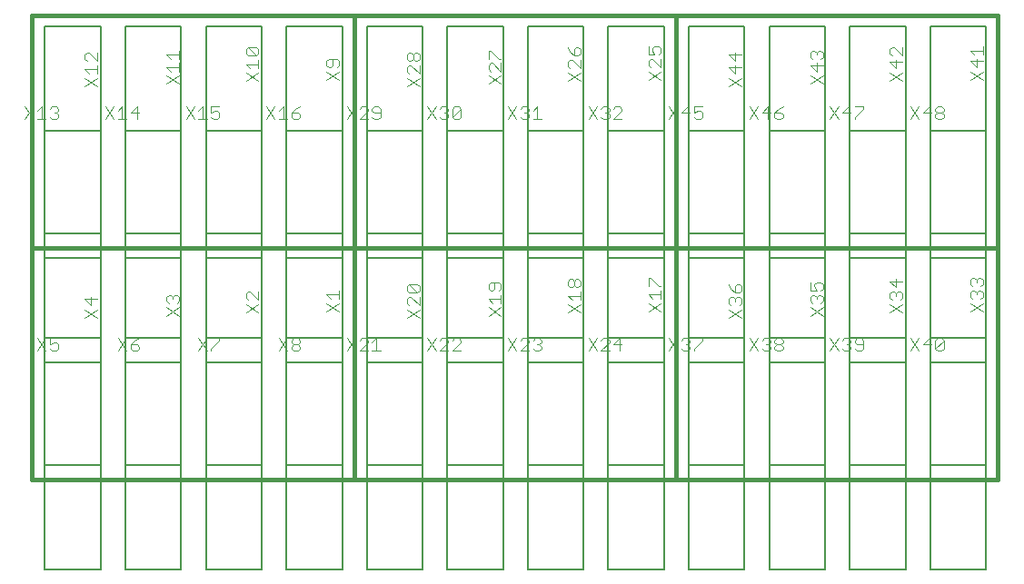
<source format=gto>
G75*
%MOIN*%
%OFA0B0*%
%FSLAX24Y24*%
%IPPOS*%
%LPD*%
%AMOC8*
5,1,8,0,0,1.08239X$1,22.5*
%
%ADD10C,0.0160*%
%ADD11C,0.0050*%
%ADD12C,0.0040*%
D10*
X000440Y003432D02*
X012251Y003432D01*
X024062Y003432D01*
X035873Y003432D01*
X035873Y011936D01*
X024062Y011936D01*
X024062Y020440D01*
X035873Y020440D01*
X035873Y011936D01*
X024062Y011936D01*
X024062Y003432D01*
X024062Y011936D01*
X012251Y011936D01*
X012251Y020440D01*
X024062Y020440D01*
X024062Y011936D01*
X012251Y011936D01*
X012251Y003432D01*
X012251Y011936D01*
X000440Y011936D01*
X000440Y020440D01*
X012251Y020440D01*
X012251Y011936D01*
X000440Y011936D01*
X000440Y003432D01*
D11*
X000912Y000125D02*
X000912Y007723D01*
X002960Y007723D01*
X002960Y000125D01*
X000912Y000125D01*
X003865Y000125D02*
X003865Y007723D01*
X005912Y007723D01*
X005912Y000125D01*
X003865Y000125D01*
X006818Y000125D02*
X006818Y007723D01*
X008865Y007723D01*
X008865Y000125D01*
X006818Y000125D01*
X009771Y000125D02*
X009771Y007723D01*
X011818Y007723D01*
X011818Y000125D01*
X009771Y000125D01*
X012723Y000125D02*
X012723Y007723D01*
X014771Y007723D01*
X014771Y000125D01*
X012723Y000125D01*
X015676Y000125D02*
X015676Y007723D01*
X017723Y007723D01*
X017723Y000125D01*
X015676Y000125D01*
X018629Y000125D02*
X018629Y007723D01*
X020676Y007723D01*
X020676Y000125D01*
X018629Y000125D01*
X021582Y000125D02*
X021582Y007723D01*
X023629Y007723D01*
X023629Y000125D01*
X021582Y000125D01*
X024534Y000125D02*
X024534Y007723D01*
X026582Y007723D01*
X026582Y000125D01*
X024534Y000125D01*
X027487Y000125D02*
X027487Y007723D01*
X029534Y007723D01*
X029534Y000125D01*
X027487Y000125D01*
X030440Y000125D02*
X030440Y007723D01*
X032487Y007723D01*
X032487Y000125D01*
X030440Y000125D01*
X033393Y000125D02*
X033393Y007723D01*
X035440Y007723D01*
X035440Y000125D01*
X033393Y000125D01*
X033393Y003964D02*
X033393Y011562D01*
X035440Y011562D01*
X035440Y003964D01*
X033393Y003964D01*
X032487Y003964D02*
X032487Y011562D01*
X030440Y011562D01*
X030440Y003964D01*
X032487Y003964D01*
X029534Y003964D02*
X029534Y011562D01*
X027487Y011562D01*
X027487Y003964D01*
X029534Y003964D01*
X026582Y003964D02*
X026582Y011562D01*
X024534Y011562D01*
X024534Y003964D01*
X026582Y003964D01*
X023629Y003964D02*
X023629Y011562D01*
X021582Y011562D01*
X021582Y003964D01*
X023629Y003964D01*
X020676Y003964D02*
X020676Y011562D01*
X018629Y011562D01*
X018629Y003964D01*
X020676Y003964D01*
X017723Y003964D02*
X017723Y011562D01*
X015676Y011562D01*
X015676Y003964D01*
X017723Y003964D01*
X014771Y003964D02*
X014771Y011562D01*
X012723Y011562D01*
X012723Y003964D01*
X014771Y003964D01*
X011818Y003964D02*
X011818Y011562D01*
X009771Y011562D01*
X009771Y003964D01*
X011818Y003964D01*
X008865Y003964D02*
X008865Y011562D01*
X006818Y011562D01*
X006818Y003964D01*
X008865Y003964D01*
X005912Y003964D02*
X005912Y011562D01*
X003865Y011562D01*
X003865Y003964D01*
X005912Y003964D01*
X002960Y003964D02*
X002960Y011562D01*
X000912Y011562D01*
X000912Y003964D01*
X002960Y003964D01*
X002960Y008629D02*
X000912Y008629D01*
X000912Y016227D01*
X002960Y016227D01*
X002960Y008629D01*
X003865Y008629D02*
X003865Y016227D01*
X005912Y016227D01*
X005912Y008629D01*
X003865Y008629D01*
X006818Y008629D02*
X006818Y016227D01*
X008865Y016227D01*
X008865Y008629D01*
X006818Y008629D01*
X009771Y008629D02*
X009771Y016227D01*
X011818Y016227D01*
X011818Y008629D01*
X009771Y008629D01*
X012723Y008629D02*
X012723Y016227D01*
X014771Y016227D01*
X014771Y008629D01*
X012723Y008629D01*
X015676Y008629D02*
X015676Y016227D01*
X017723Y016227D01*
X017723Y008629D01*
X015676Y008629D01*
X018629Y008629D02*
X018629Y016227D01*
X020676Y016227D01*
X020676Y008629D01*
X018629Y008629D01*
X021582Y008629D02*
X021582Y016227D01*
X023629Y016227D01*
X023629Y008629D01*
X021582Y008629D01*
X024534Y008629D02*
X024534Y016227D01*
X026582Y016227D01*
X026582Y008629D01*
X024534Y008629D01*
X027487Y008629D02*
X027487Y016227D01*
X029534Y016227D01*
X029534Y008629D01*
X027487Y008629D01*
X030440Y008629D02*
X030440Y016227D01*
X032487Y016227D01*
X032487Y008629D01*
X030440Y008629D01*
X033393Y008629D02*
X033393Y016227D01*
X035440Y016227D01*
X035440Y008629D01*
X033393Y008629D01*
X033393Y012468D02*
X033393Y020066D01*
X035440Y020066D01*
X035440Y012468D01*
X033393Y012468D01*
X032487Y012468D02*
X032487Y020066D01*
X030440Y020066D01*
X030440Y012468D01*
X032487Y012468D01*
X029534Y012468D02*
X029534Y020066D01*
X027487Y020066D01*
X027487Y012468D01*
X029534Y012468D01*
X026582Y012468D02*
X026582Y020066D01*
X024534Y020066D01*
X024534Y012468D01*
X026582Y012468D01*
X023629Y012468D02*
X023629Y020066D01*
X021582Y020066D01*
X021582Y012468D01*
X023629Y012468D01*
X020676Y012468D02*
X020676Y020066D01*
X018629Y020066D01*
X018629Y012468D01*
X020676Y012468D01*
X017723Y012468D02*
X017723Y020066D01*
X015676Y020066D01*
X015676Y012468D01*
X017723Y012468D01*
X014771Y012468D02*
X014771Y020066D01*
X012723Y020066D01*
X012723Y012468D01*
X014771Y012468D01*
X011818Y012468D02*
X011818Y020066D01*
X009771Y020066D01*
X009771Y012468D01*
X011818Y012468D01*
X008865Y012468D02*
X008865Y020066D01*
X006818Y020066D01*
X006818Y012468D01*
X008865Y012468D01*
X005912Y012468D02*
X005912Y020066D01*
X003865Y020066D01*
X003865Y012468D01*
X005912Y012468D01*
X002960Y012468D02*
X002960Y020066D01*
X000912Y020066D01*
X000912Y012468D01*
X002960Y012468D01*
D12*
X002611Y010125D02*
X002611Y009818D01*
X002381Y010048D01*
X002841Y010048D01*
X002841Y009665D02*
X002381Y009358D01*
X002381Y009665D02*
X002841Y009358D01*
X003594Y008609D02*
X003901Y008149D01*
X004055Y008226D02*
X004055Y008379D01*
X004285Y008379D01*
X004362Y008302D01*
X004362Y008226D01*
X004285Y008149D01*
X004131Y008149D01*
X004055Y008226D01*
X004055Y008379D02*
X004208Y008533D01*
X004362Y008609D01*
X003901Y008609D02*
X003594Y008149D01*
X001409Y008226D02*
X001332Y008149D01*
X001179Y008149D01*
X001102Y008226D01*
X001102Y008379D02*
X001255Y008456D01*
X001332Y008456D01*
X001409Y008379D01*
X001409Y008226D01*
X001102Y008379D02*
X001102Y008609D01*
X001409Y008609D01*
X000948Y008609D02*
X000642Y008149D01*
X000948Y008149D02*
X000642Y008609D01*
X005373Y009436D02*
X005833Y009743D01*
X005757Y009897D02*
X005833Y009973D01*
X005833Y010127D01*
X005757Y010204D01*
X005680Y010204D01*
X005603Y010127D01*
X005603Y010050D01*
X005603Y010127D02*
X005526Y010204D01*
X005450Y010204D01*
X005373Y010127D01*
X005373Y009973D01*
X005450Y009897D01*
X005373Y009743D02*
X005833Y009436D01*
X006547Y008609D02*
X006854Y008149D01*
X007007Y008149D02*
X007007Y008226D01*
X007314Y008533D01*
X007314Y008609D01*
X007007Y008609D01*
X006854Y008609D02*
X006547Y008149D01*
X008286Y009554D02*
X008747Y009861D01*
X008747Y010015D02*
X008440Y010322D01*
X008363Y010322D01*
X008286Y010245D01*
X008286Y010092D01*
X008363Y010015D01*
X008286Y009861D02*
X008747Y009554D01*
X008747Y010015D02*
X008747Y010322D01*
X011239Y010208D02*
X011393Y010054D01*
X011239Y009901D02*
X011699Y009594D01*
X011699Y009901D02*
X011239Y009594D01*
X011699Y010054D02*
X011699Y010361D01*
X011699Y010208D02*
X011239Y010208D01*
X011992Y008609D02*
X012299Y008149D01*
X012453Y008149D02*
X012759Y008456D01*
X012759Y008533D01*
X012683Y008609D01*
X012529Y008609D01*
X012453Y008533D01*
X012299Y008609D02*
X011992Y008149D01*
X012453Y008149D02*
X012759Y008149D01*
X012913Y008149D02*
X013220Y008149D01*
X013066Y008149D02*
X013066Y008609D01*
X012913Y008456D01*
X014192Y009358D02*
X014652Y009665D01*
X014652Y009818D02*
X014345Y010125D01*
X014269Y010125D01*
X014192Y010048D01*
X014192Y009895D01*
X014269Y009818D01*
X014192Y009665D02*
X014652Y009358D01*
X014652Y009818D02*
X014652Y010125D01*
X014575Y010278D02*
X014269Y010585D01*
X014575Y010585D01*
X014652Y010509D01*
X014652Y010355D01*
X014575Y010278D01*
X014269Y010278D01*
X014192Y010355D01*
X014192Y010509D01*
X014269Y010585D01*
X017184Y010587D02*
X017184Y010434D01*
X017261Y010357D01*
X017337Y010357D01*
X017414Y010434D01*
X017414Y010664D01*
X017261Y010664D02*
X017568Y010664D01*
X017644Y010587D01*
X017644Y010434D01*
X017568Y010357D01*
X017644Y010204D02*
X017644Y009897D01*
X017644Y010050D02*
X017184Y010050D01*
X017337Y009897D01*
X017184Y009743D02*
X017644Y009436D01*
X017644Y009743D02*
X017184Y009436D01*
X017898Y008609D02*
X018205Y008149D01*
X018358Y008149D02*
X018665Y008456D01*
X018665Y008533D01*
X018588Y008609D01*
X018435Y008609D01*
X018358Y008533D01*
X018205Y008609D02*
X017898Y008149D01*
X018358Y008149D02*
X018665Y008149D01*
X018818Y008226D02*
X018895Y008149D01*
X019049Y008149D01*
X019125Y008226D01*
X019125Y008302D01*
X019049Y008379D01*
X018972Y008379D01*
X019049Y008379D02*
X019125Y008456D01*
X019125Y008533D01*
X019049Y008609D01*
X018895Y008609D01*
X018818Y008533D01*
X020097Y009554D02*
X020558Y009861D01*
X020558Y010015D02*
X020558Y010322D01*
X020558Y010168D02*
X020097Y010168D01*
X020251Y010015D01*
X020097Y009861D02*
X020558Y009554D01*
X020481Y010475D02*
X020404Y010475D01*
X020328Y010552D01*
X020328Y010705D01*
X020404Y010782D01*
X020481Y010782D01*
X020558Y010705D01*
X020558Y010552D01*
X020481Y010475D01*
X020328Y010552D02*
X020251Y010475D01*
X020174Y010475D01*
X020097Y010552D01*
X020097Y010705D01*
X020174Y010782D01*
X020251Y010782D01*
X020328Y010705D01*
X023050Y010822D02*
X023050Y010515D01*
X023050Y010208D02*
X023510Y010208D01*
X023510Y010361D02*
X023510Y010054D01*
X023510Y009901D02*
X023050Y009594D01*
X023050Y009901D02*
X023510Y009594D01*
X023204Y010054D02*
X023050Y010208D01*
X023434Y010515D02*
X023510Y010515D01*
X023434Y010515D02*
X023127Y010822D01*
X023050Y010822D01*
X026003Y010585D02*
X026080Y010432D01*
X026233Y010278D01*
X026233Y010509D01*
X026310Y010585D01*
X026387Y010585D01*
X026463Y010509D01*
X026463Y010355D01*
X026387Y010278D01*
X026233Y010278D01*
X026156Y010125D02*
X026233Y010048D01*
X026310Y010125D01*
X026387Y010125D01*
X026463Y010048D01*
X026463Y009895D01*
X026387Y009818D01*
X026463Y009665D02*
X026003Y009358D01*
X026003Y009665D02*
X026463Y009358D01*
X026080Y009818D02*
X026003Y009895D01*
X026003Y010048D01*
X026080Y010125D01*
X026156Y010125D01*
X026233Y010048D02*
X026233Y009971D01*
X026756Y008609D02*
X027063Y008149D01*
X027216Y008226D02*
X027293Y008149D01*
X027447Y008149D01*
X027523Y008226D01*
X027523Y008302D01*
X027447Y008379D01*
X027370Y008379D01*
X027447Y008379D02*
X027523Y008456D01*
X027523Y008533D01*
X027447Y008609D01*
X027293Y008609D01*
X027216Y008533D01*
X027063Y008609D02*
X026756Y008149D01*
X027677Y008226D02*
X027677Y008302D01*
X027753Y008379D01*
X027907Y008379D01*
X027984Y008302D01*
X027984Y008226D01*
X027907Y008149D01*
X027753Y008149D01*
X027677Y008226D01*
X027753Y008379D02*
X027677Y008456D01*
X027677Y008533D01*
X027753Y008609D01*
X027907Y008609D01*
X027984Y008533D01*
X027984Y008456D01*
X027907Y008379D01*
X028995Y009436D02*
X029455Y009743D01*
X029379Y009897D02*
X029455Y009973D01*
X029455Y010127D01*
X029379Y010204D01*
X029302Y010204D01*
X029225Y010127D01*
X029225Y010050D01*
X029225Y010127D02*
X029148Y010204D01*
X029072Y010204D01*
X028995Y010127D01*
X028995Y009973D01*
X029072Y009897D01*
X028995Y009743D02*
X029455Y009436D01*
X029709Y008609D02*
X030016Y008149D01*
X030169Y008226D02*
X030246Y008149D01*
X030399Y008149D01*
X030476Y008226D01*
X030476Y008302D01*
X030399Y008379D01*
X030323Y008379D01*
X030399Y008379D02*
X030476Y008456D01*
X030476Y008533D01*
X030399Y008609D01*
X030246Y008609D01*
X030169Y008533D01*
X030016Y008609D02*
X029709Y008149D01*
X030629Y008226D02*
X030706Y008149D01*
X030860Y008149D01*
X030936Y008226D01*
X030936Y008533D01*
X030860Y008609D01*
X030706Y008609D01*
X030629Y008533D01*
X030629Y008456D01*
X030706Y008379D01*
X030936Y008379D01*
X032661Y008149D02*
X032968Y008609D01*
X033122Y008379D02*
X033429Y008379D01*
X033582Y008226D02*
X033889Y008533D01*
X033889Y008226D01*
X033812Y008149D01*
X033659Y008149D01*
X033582Y008226D01*
X033582Y008533D01*
X033659Y008609D01*
X033812Y008609D01*
X033889Y008533D01*
X033352Y008609D02*
X033122Y008379D01*
X032968Y008149D02*
X032661Y008609D01*
X033352Y008609D02*
X033352Y008149D01*
X032369Y009554D02*
X031908Y009861D01*
X031985Y010015D02*
X031908Y010092D01*
X031908Y010245D01*
X031985Y010322D01*
X032062Y010322D01*
X032139Y010245D01*
X032215Y010322D01*
X032292Y010322D01*
X032369Y010245D01*
X032369Y010092D01*
X032292Y010015D01*
X032369Y009861D02*
X031908Y009554D01*
X032139Y010168D02*
X032139Y010245D01*
X032139Y010475D02*
X032139Y010782D01*
X032369Y010705D02*
X031908Y010705D01*
X032139Y010475D01*
X034861Y010591D02*
X034938Y010515D01*
X034861Y010591D02*
X034861Y010745D01*
X034938Y010822D01*
X035015Y010822D01*
X035091Y010745D01*
X035168Y010822D01*
X035245Y010822D01*
X035322Y010745D01*
X035322Y010591D01*
X035245Y010515D01*
X035245Y010361D02*
X035322Y010284D01*
X035322Y010131D01*
X035245Y010054D01*
X035322Y009901D02*
X034861Y009594D01*
X034861Y009901D02*
X035322Y009594D01*
X034938Y010054D02*
X034861Y010131D01*
X034861Y010284D01*
X034938Y010361D01*
X035015Y010361D01*
X035091Y010284D01*
X035168Y010361D01*
X035245Y010361D01*
X035091Y010284D02*
X035091Y010208D01*
X035091Y010668D02*
X035091Y010745D01*
X029455Y010587D02*
X029455Y010434D01*
X029379Y010357D01*
X029225Y010357D02*
X029148Y010511D01*
X029148Y010587D01*
X029225Y010664D01*
X029379Y010664D01*
X029455Y010587D01*
X029225Y010357D02*
X028995Y010357D01*
X028995Y010664D01*
X025031Y008609D02*
X025031Y008533D01*
X024724Y008226D01*
X024724Y008149D01*
X024570Y008226D02*
X024494Y008149D01*
X024340Y008149D01*
X024264Y008226D01*
X024110Y008149D02*
X023803Y008609D01*
X024110Y008609D02*
X023803Y008149D01*
X024417Y008379D02*
X024494Y008379D01*
X024570Y008302D01*
X024570Y008226D01*
X024494Y008379D02*
X024570Y008456D01*
X024570Y008533D01*
X024494Y008609D01*
X024340Y008609D01*
X024264Y008533D01*
X024724Y008609D02*
X025031Y008609D01*
X022078Y008379D02*
X021771Y008379D01*
X022001Y008609D01*
X022001Y008149D01*
X021618Y008149D02*
X021311Y008149D01*
X021618Y008456D01*
X021618Y008533D01*
X021541Y008609D01*
X021388Y008609D01*
X021311Y008533D01*
X021157Y008609D02*
X020850Y008149D01*
X021157Y008149D02*
X020850Y008609D01*
X017261Y010664D02*
X017184Y010587D01*
X016096Y008609D02*
X015942Y008609D01*
X015866Y008533D01*
X015712Y008533D02*
X015635Y008609D01*
X015482Y008609D01*
X015405Y008533D01*
X015252Y008609D02*
X014945Y008149D01*
X015252Y008149D02*
X014945Y008609D01*
X015405Y008149D02*
X015712Y008456D01*
X015712Y008533D01*
X016096Y008609D02*
X016173Y008533D01*
X016173Y008456D01*
X015866Y008149D01*
X016173Y008149D01*
X015712Y008149D02*
X015405Y008149D01*
X010267Y008226D02*
X010190Y008149D01*
X010037Y008149D01*
X009960Y008226D01*
X009960Y008302D01*
X010037Y008379D01*
X010190Y008379D01*
X010267Y008302D01*
X010267Y008226D01*
X010190Y008379D02*
X010267Y008456D01*
X010267Y008533D01*
X010190Y008609D01*
X010037Y008609D01*
X009960Y008533D01*
X009960Y008456D01*
X010037Y008379D01*
X009807Y008149D02*
X009500Y008609D01*
X009807Y008609D02*
X009500Y008149D01*
X009500Y016653D02*
X009807Y016653D01*
X009653Y016653D02*
X009653Y017113D01*
X009500Y016960D01*
X009346Y017113D02*
X009039Y016653D01*
X009346Y016653D02*
X009039Y017113D01*
X009960Y016883D02*
X010190Y016883D01*
X010267Y016806D01*
X010267Y016730D01*
X010190Y016653D01*
X010037Y016653D01*
X009960Y016730D01*
X009960Y016883D01*
X010114Y017037D01*
X010267Y017113D01*
X011239Y018098D02*
X011699Y018405D01*
X011623Y018558D02*
X011699Y018635D01*
X011699Y018788D01*
X011623Y018865D01*
X011316Y018865D01*
X011239Y018788D01*
X011239Y018635D01*
X011316Y018558D01*
X011393Y018558D01*
X011469Y018635D01*
X011469Y018865D01*
X011239Y018405D02*
X011699Y018098D01*
X011992Y017113D02*
X012299Y016653D01*
X012453Y016653D02*
X012759Y016960D01*
X012759Y017037D01*
X012683Y017113D01*
X012529Y017113D01*
X012453Y017037D01*
X012299Y017113D02*
X011992Y016653D01*
X012453Y016653D02*
X012759Y016653D01*
X012913Y016730D02*
X012990Y016653D01*
X013143Y016653D01*
X013220Y016730D01*
X013220Y017037D01*
X013143Y017113D01*
X012990Y017113D01*
X012913Y017037D01*
X012913Y016960D01*
X012990Y016883D01*
X013220Y016883D01*
X014192Y017862D02*
X014652Y018168D01*
X014652Y018322D02*
X014345Y018629D01*
X014269Y018629D01*
X014192Y018552D01*
X014192Y018399D01*
X014269Y018322D01*
X014192Y018168D02*
X014652Y017862D01*
X014652Y018322D02*
X014652Y018629D01*
X014575Y018782D02*
X014499Y018782D01*
X014422Y018859D01*
X014422Y019013D01*
X014499Y019089D01*
X014575Y019089D01*
X014652Y019013D01*
X014652Y018859D01*
X014575Y018782D01*
X014422Y018859D02*
X014345Y018782D01*
X014269Y018782D01*
X014192Y018859D01*
X014192Y019013D01*
X014269Y019089D01*
X014345Y019089D01*
X014422Y019013D01*
X017184Y018861D02*
X017184Y019168D01*
X017261Y019168D01*
X017568Y018861D01*
X017644Y018861D01*
X017644Y018708D02*
X017644Y018401D01*
X017337Y018708D01*
X017261Y018708D01*
X017184Y018631D01*
X017184Y018477D01*
X017261Y018401D01*
X017184Y018247D02*
X017644Y017940D01*
X017644Y018247D02*
X017184Y017940D01*
X017898Y017113D02*
X018205Y016653D01*
X018358Y016730D02*
X018435Y016653D01*
X018588Y016653D01*
X018665Y016730D01*
X018665Y016806D01*
X018588Y016883D01*
X018512Y016883D01*
X018588Y016883D02*
X018665Y016960D01*
X018665Y017037D01*
X018588Y017113D01*
X018435Y017113D01*
X018358Y017037D01*
X018205Y017113D02*
X017898Y016653D01*
X018818Y016653D02*
X019125Y016653D01*
X018972Y016653D02*
X018972Y017113D01*
X018818Y016960D01*
X020097Y018058D02*
X020558Y018365D01*
X020558Y018519D02*
X020251Y018826D01*
X020174Y018826D01*
X020097Y018749D01*
X020097Y018596D01*
X020174Y018519D01*
X020097Y018365D02*
X020558Y018058D01*
X020558Y018519D02*
X020558Y018826D01*
X020481Y018979D02*
X020558Y019056D01*
X020558Y019209D01*
X020481Y019286D01*
X020404Y019286D01*
X020328Y019209D01*
X020328Y018979D01*
X020481Y018979D01*
X020328Y018979D02*
X020174Y019133D01*
X020097Y019286D01*
X023050Y019325D02*
X023050Y019019D01*
X023280Y019019D01*
X023204Y019172D01*
X023204Y019249D01*
X023280Y019325D01*
X023434Y019325D01*
X023510Y019249D01*
X023510Y019095D01*
X023434Y019019D01*
X023510Y018865D02*
X023510Y018558D01*
X023204Y018865D01*
X023127Y018865D01*
X023050Y018788D01*
X023050Y018635D01*
X023127Y018558D01*
X023050Y018405D02*
X023510Y018098D01*
X023510Y018405D02*
X023050Y018098D01*
X023803Y017113D02*
X024110Y016653D01*
X024264Y016883D02*
X024570Y016883D01*
X024724Y016883D02*
X024877Y016960D01*
X024954Y016960D01*
X025031Y016883D01*
X025031Y016730D01*
X024954Y016653D01*
X024801Y016653D01*
X024724Y016730D01*
X024724Y016883D02*
X024724Y017113D01*
X025031Y017113D01*
X024494Y017113D02*
X024494Y016653D01*
X024264Y016883D02*
X024494Y017113D01*
X024110Y017113D02*
X023803Y016653D01*
X022078Y016653D02*
X021771Y016653D01*
X022078Y016960D01*
X022078Y017037D01*
X022001Y017113D01*
X021848Y017113D01*
X021771Y017037D01*
X021618Y017037D02*
X021618Y016960D01*
X021541Y016883D01*
X021618Y016806D01*
X021618Y016730D01*
X021541Y016653D01*
X021388Y016653D01*
X021311Y016730D01*
X021157Y016653D02*
X020850Y017113D01*
X021157Y017113D02*
X020850Y016653D01*
X021311Y017037D02*
X021388Y017113D01*
X021541Y017113D01*
X021618Y017037D01*
X021541Y016883D02*
X021464Y016883D01*
X026003Y017862D02*
X026463Y018168D01*
X026233Y018322D02*
X026003Y018552D01*
X026463Y018552D01*
X026233Y018629D02*
X026233Y018322D01*
X026003Y018168D02*
X026463Y017862D01*
X026756Y017113D02*
X027063Y016653D01*
X027216Y016883D02*
X027523Y016883D01*
X027677Y016883D02*
X027907Y016883D01*
X027984Y016806D01*
X027984Y016730D01*
X027907Y016653D01*
X027753Y016653D01*
X027677Y016730D01*
X027677Y016883D01*
X027830Y017037D01*
X027984Y017113D01*
X027447Y017113D02*
X027216Y016883D01*
X027063Y017113D02*
X026756Y016653D01*
X027447Y016653D02*
X027447Y017113D01*
X028995Y017940D02*
X029455Y018247D01*
X029225Y018401D02*
X029225Y018708D01*
X029072Y018861D02*
X028995Y018938D01*
X028995Y019091D01*
X029072Y019168D01*
X029148Y019168D01*
X029225Y019091D01*
X029302Y019168D01*
X029379Y019168D01*
X029455Y019091D01*
X029455Y018938D01*
X029379Y018861D01*
X029225Y019015D02*
X029225Y019091D01*
X028995Y018631D02*
X029225Y018401D01*
X028995Y018247D02*
X029455Y017940D01*
X029455Y018631D02*
X028995Y018631D01*
X026463Y019013D02*
X026003Y019013D01*
X026233Y018782D01*
X026233Y019089D01*
X029709Y017113D02*
X030016Y016653D01*
X030169Y016883D02*
X030476Y016883D01*
X030629Y016730D02*
X030629Y016653D01*
X030629Y016730D02*
X030936Y017037D01*
X030936Y017113D01*
X030629Y017113D01*
X030399Y017113D02*
X030169Y016883D01*
X030016Y017113D02*
X029709Y016653D01*
X030399Y016653D02*
X030399Y017113D01*
X031908Y018058D02*
X032369Y018365D01*
X032139Y018519D02*
X032139Y018826D01*
X031985Y018979D02*
X031908Y019056D01*
X031908Y019209D01*
X031985Y019286D01*
X032062Y019286D01*
X032369Y018979D01*
X032369Y019286D01*
X032369Y018749D02*
X031908Y018749D01*
X032139Y018519D01*
X031908Y018365D02*
X032369Y018058D01*
X032661Y017113D02*
X032968Y016653D01*
X033122Y016883D02*
X033429Y016883D01*
X033582Y016806D02*
X033659Y016883D01*
X033812Y016883D01*
X033889Y016806D01*
X033889Y016730D01*
X033812Y016653D01*
X033659Y016653D01*
X033582Y016730D01*
X033582Y016806D01*
X033659Y016883D02*
X033582Y016960D01*
X033582Y017037D01*
X033659Y017113D01*
X033812Y017113D01*
X033889Y017037D01*
X033889Y016960D01*
X033812Y016883D01*
X033352Y016653D02*
X033352Y017113D01*
X033122Y016883D01*
X032968Y017113D02*
X032661Y016653D01*
X034861Y018098D02*
X035322Y018405D01*
X035091Y018558D02*
X035091Y018865D01*
X035015Y019019D02*
X034861Y019172D01*
X035322Y019172D01*
X035322Y019019D02*
X035322Y019325D01*
X035322Y018788D02*
X034861Y018788D01*
X035091Y018558D01*
X034861Y018405D02*
X035322Y018098D01*
X016173Y017037D02*
X016173Y016730D01*
X016096Y016653D01*
X015942Y016653D01*
X015866Y016730D01*
X016173Y017037D01*
X016096Y017113D01*
X015942Y017113D01*
X015866Y017037D01*
X015866Y016730D01*
X015712Y016730D02*
X015635Y016653D01*
X015482Y016653D01*
X015405Y016730D01*
X015252Y016653D02*
X014945Y017113D01*
X015252Y017113D02*
X014945Y016653D01*
X015405Y017037D02*
X015482Y017113D01*
X015635Y017113D01*
X015712Y017037D01*
X015712Y016960D01*
X015635Y016883D01*
X015712Y016806D01*
X015712Y016730D01*
X015635Y016883D02*
X015559Y016883D01*
X008747Y018058D02*
X008286Y018365D01*
X008440Y018519D02*
X008286Y018672D01*
X008747Y018672D01*
X008747Y018519D02*
X008747Y018826D01*
X008670Y018979D02*
X008363Y018979D01*
X008286Y019056D01*
X008286Y019209D01*
X008363Y019286D01*
X008670Y018979D01*
X008747Y019056D01*
X008747Y019209D01*
X008670Y019286D01*
X008363Y019286D01*
X008747Y018365D02*
X008286Y018058D01*
X007314Y017113D02*
X007007Y017113D01*
X007007Y016883D01*
X007161Y016960D01*
X007238Y016960D01*
X007314Y016883D01*
X007314Y016730D01*
X007238Y016653D01*
X007084Y016653D01*
X007007Y016730D01*
X006854Y016653D02*
X006547Y016653D01*
X006394Y016653D02*
X006087Y017113D01*
X006394Y017113D02*
X006087Y016653D01*
X006547Y016960D02*
X006700Y017113D01*
X006700Y016653D01*
X004362Y016883D02*
X004055Y016883D01*
X004285Y017113D01*
X004285Y016653D01*
X003901Y016653D02*
X003594Y016653D01*
X003441Y016653D02*
X003134Y017113D01*
X003441Y017113D02*
X003134Y016653D01*
X003594Y016960D02*
X003748Y017113D01*
X003748Y016653D01*
X002841Y017862D02*
X002381Y018168D01*
X002534Y018322D02*
X002381Y018475D01*
X002841Y018475D01*
X002841Y018322D02*
X002841Y018629D01*
X002841Y018782D02*
X002534Y019089D01*
X002458Y019089D01*
X002381Y019013D01*
X002381Y018859D01*
X002458Y018782D01*
X002841Y018782D02*
X002841Y019089D01*
X002841Y018168D02*
X002381Y017862D01*
X001409Y017037D02*
X001409Y016960D01*
X001332Y016883D01*
X001409Y016806D01*
X001409Y016730D01*
X001332Y016653D01*
X001179Y016653D01*
X001102Y016730D01*
X000948Y016653D02*
X000642Y016653D01*
X000795Y016653D02*
X000795Y017113D01*
X000642Y016960D01*
X000488Y017113D02*
X000181Y016653D01*
X000488Y016653D02*
X000181Y017113D01*
X001102Y017037D02*
X001179Y017113D01*
X001332Y017113D01*
X001409Y017037D01*
X001332Y016883D02*
X001255Y016883D01*
X005373Y017940D02*
X005833Y018247D01*
X005833Y018401D02*
X005833Y018708D01*
X005833Y018861D02*
X005833Y019168D01*
X005833Y019015D02*
X005373Y019015D01*
X005526Y018861D01*
X005373Y018554D02*
X005833Y018554D01*
X005526Y018401D02*
X005373Y018554D01*
X005373Y018247D02*
X005833Y017940D01*
M02*

</source>
